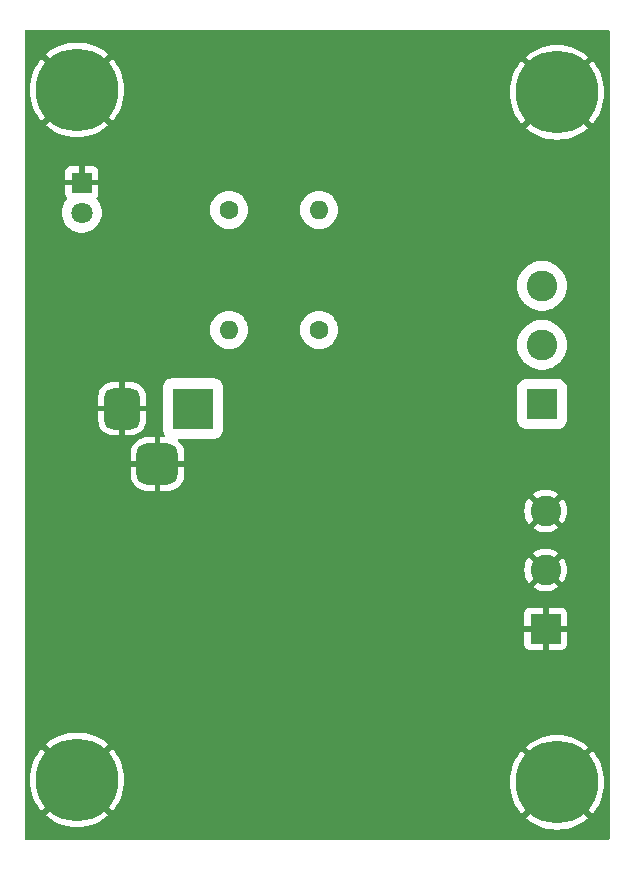
<source format=gbr>
%TF.GenerationSoftware,KiCad,Pcbnew,8.0.6*%
%TF.CreationDate,2024-11-12T22:05:41-08:00*%
%TF.ProjectId,PD Jack_RevA,5044204a-6163-46b5-9f52-6576412e6b69,rev?*%
%TF.SameCoordinates,Original*%
%TF.FileFunction,Copper,L1,Top*%
%TF.FilePolarity,Positive*%
%FSLAX46Y46*%
G04 Gerber Fmt 4.6, Leading zero omitted, Abs format (unit mm)*
G04 Created by KiCad (PCBNEW 8.0.6) date 2024-11-12 22:05:41*
%MOMM*%
%LPD*%
G01*
G04 APERTURE LIST*
G04 Aperture macros list*
%AMRoundRect*
0 Rectangle with rounded corners*
0 $1 Rounding radius*
0 $2 $3 $4 $5 $6 $7 $8 $9 X,Y pos of 4 corners*
0 Add a 4 corners polygon primitive as box body*
4,1,4,$2,$3,$4,$5,$6,$7,$8,$9,$2,$3,0*
0 Add four circle primitives for the rounded corners*
1,1,$1+$1,$2,$3*
1,1,$1+$1,$4,$5*
1,1,$1+$1,$6,$7*
1,1,$1+$1,$8,$9*
0 Add four rect primitives between the rounded corners*
20,1,$1+$1,$2,$3,$4,$5,0*
20,1,$1+$1,$4,$5,$6,$7,0*
20,1,$1+$1,$6,$7,$8,$9,0*
20,1,$1+$1,$8,$9,$2,$3,0*%
G04 Aperture macros list end*
%TA.AperFunction,ComponentPad*%
%ADD10C,7.000000*%
%TD*%
%TA.AperFunction,ComponentPad*%
%ADD11R,1.800000X1.800000*%
%TD*%
%TA.AperFunction,ComponentPad*%
%ADD12C,1.800000*%
%TD*%
%TA.AperFunction,ComponentPad*%
%ADD13R,3.500000X3.500000*%
%TD*%
%TA.AperFunction,ComponentPad*%
%ADD14RoundRect,0.750000X-0.750000X-1.000000X0.750000X-1.000000X0.750000X1.000000X-0.750000X1.000000X0*%
%TD*%
%TA.AperFunction,ComponentPad*%
%ADD15RoundRect,0.875000X-0.875000X-0.875000X0.875000X-0.875000X0.875000X0.875000X-0.875000X0.875000X0*%
%TD*%
%TA.AperFunction,ComponentPad*%
%ADD16C,1.600000*%
%TD*%
%TA.AperFunction,ComponentPad*%
%ADD17O,1.600000X1.600000*%
%TD*%
%TA.AperFunction,ComponentPad*%
%ADD18R,2.600000X2.600000*%
%TD*%
%TA.AperFunction,ComponentPad*%
%ADD19C,2.600000*%
%TD*%
G04 APERTURE END LIST*
D10*
%TO.P,H4,1,1*%
%TO.N,GND*%
X124460000Y-130810000D03*
%TD*%
D11*
%TO.P,D1,1,K*%
%TO.N,GND*%
X124865000Y-80237000D03*
D12*
%TO.P,D1,2,A*%
%TO.N,Net-(D1-A)*%
X124865000Y-82777000D03*
%TD*%
D13*
%TO.P,J1,1*%
%TO.N,18V*%
X134270000Y-99372500D03*
D14*
%TO.P,J1,2*%
%TO.N,GND*%
X128270000Y-99372500D03*
D15*
%TO.P,J1,3*%
X131270000Y-104072500D03*
%TD*%
D16*
%TO.P,R1,1*%
%TO.N,18V*%
X144958000Y-92710000D03*
D17*
%TO.P,R1,2*%
%TO.N,Net-(R1-Pad2)*%
X144958000Y-82550000D03*
%TD*%
D18*
%TO.P,(-)J3,1,Pin_1*%
%TO.N,GND*%
X164135000Y-118030000D03*
D19*
%TO.P,(-)J3,2,Pin_2*%
X164135000Y-113030000D03*
%TO.P,(-)J3,3,Pin_3*%
X164135000Y-108030000D03*
%TD*%
D10*
%TO.P,H2,1,1*%
%TO.N,GND*%
X165100000Y-131017000D03*
%TD*%
%TO.P,H1,1,1*%
%TO.N,GND*%
X165100000Y-72597000D03*
%TD*%
%TO.P,H3,1,1*%
%TO.N,GND*%
X124460000Y-72390000D03*
%TD*%
D18*
%TO.P,(+)J2,1,Pin_1*%
%TO.N,18V*%
X163830000Y-98980000D03*
D19*
%TO.P,(+)J2,2,Pin_2*%
X163830000Y-93980000D03*
%TO.P,(+)J2,3,Pin_3*%
X163830000Y-88980000D03*
%TD*%
D16*
%TO.P,R2,1*%
%TO.N,Net-(R1-Pad2)*%
X137338000Y-82550000D03*
D17*
%TO.P,R2,2*%
%TO.N,Net-(D1-A)*%
X137338000Y-92710000D03*
%TD*%
%TA.AperFunction,Conductor*%
%TO.N,GND*%
G36*
X169488039Y-67329685D02*
G01*
X169533794Y-67382489D01*
X169545000Y-67434000D01*
X169545000Y-135766000D01*
X169525315Y-135833039D01*
X169472511Y-135878794D01*
X169421000Y-135890000D01*
X120139000Y-135890000D01*
X120071961Y-135870315D01*
X120026206Y-135817511D01*
X120015000Y-135766000D01*
X120015000Y-130810000D01*
X120455176Y-130810000D01*
X120474461Y-131202550D01*
X120532129Y-131591308D01*
X120627625Y-131972549D01*
X120760016Y-132342559D01*
X120760023Y-132342575D01*
X120928062Y-132697864D01*
X121130109Y-133034958D01*
X121364228Y-133350632D01*
X121460068Y-133456376D01*
X121460069Y-133456376D01*
X123058381Y-131858064D01*
X123141457Y-131966331D01*
X123303669Y-132128543D01*
X123411934Y-132211617D01*
X121813622Y-133809929D01*
X121813622Y-133809930D01*
X121919367Y-133905771D01*
X122235041Y-134139890D01*
X122572135Y-134341937D01*
X122927424Y-134509976D01*
X122927440Y-134509983D01*
X123297450Y-134642374D01*
X123678691Y-134737870D01*
X124067449Y-134795538D01*
X124460000Y-134814823D01*
X124852550Y-134795538D01*
X125241308Y-134737870D01*
X125622549Y-134642374D01*
X125992559Y-134509983D01*
X125992575Y-134509976D01*
X126347864Y-134341937D01*
X126684958Y-134139890D01*
X127000632Y-133905770D01*
X127106376Y-133809929D01*
X125508065Y-132211618D01*
X125616331Y-132128543D01*
X125778543Y-131966331D01*
X125861618Y-131858065D01*
X127459929Y-133456376D01*
X127555770Y-133350632D01*
X127789890Y-133034958D01*
X127991937Y-132697864D01*
X128159976Y-132342575D01*
X128159983Y-132342559D01*
X128292374Y-131972549D01*
X128387870Y-131591308D01*
X128445538Y-131202550D01*
X128454654Y-131017000D01*
X161095176Y-131017000D01*
X161114461Y-131409550D01*
X161172129Y-131798308D01*
X161267625Y-132179549D01*
X161400016Y-132549559D01*
X161400023Y-132549575D01*
X161568062Y-132904864D01*
X161770109Y-133241958D01*
X162004228Y-133557632D01*
X162100068Y-133663376D01*
X162100069Y-133663376D01*
X163698381Y-132065064D01*
X163781457Y-132173331D01*
X163943669Y-132335543D01*
X164051934Y-132418617D01*
X162453622Y-134016929D01*
X162453622Y-134016930D01*
X162559367Y-134112771D01*
X162875041Y-134346890D01*
X163212135Y-134548937D01*
X163567424Y-134716976D01*
X163567440Y-134716983D01*
X163937450Y-134849374D01*
X164318691Y-134944870D01*
X164707449Y-135002538D01*
X165100000Y-135021823D01*
X165492550Y-135002538D01*
X165881308Y-134944870D01*
X166262549Y-134849374D01*
X166632559Y-134716983D01*
X166632575Y-134716976D01*
X166987864Y-134548937D01*
X167324958Y-134346890D01*
X167640632Y-134112770D01*
X167746376Y-134016929D01*
X166148065Y-132418618D01*
X166256331Y-132335543D01*
X166418543Y-132173331D01*
X166501618Y-132065065D01*
X168099929Y-133663376D01*
X168195770Y-133557632D01*
X168429890Y-133241958D01*
X168631937Y-132904864D01*
X168799976Y-132549575D01*
X168799983Y-132549559D01*
X168932374Y-132179549D01*
X169027870Y-131798308D01*
X169085538Y-131409550D01*
X169104823Y-131017000D01*
X169085538Y-130624449D01*
X169027870Y-130235691D01*
X168932374Y-129854450D01*
X168799983Y-129484440D01*
X168799976Y-129484424D01*
X168631937Y-129129135D01*
X168429890Y-128792041D01*
X168195771Y-128476367D01*
X168099930Y-128370622D01*
X168099929Y-128370622D01*
X166501617Y-129968934D01*
X166418543Y-129860669D01*
X166256331Y-129698457D01*
X166148065Y-129615381D01*
X167746376Y-128017069D01*
X167746376Y-128017068D01*
X167640632Y-127921228D01*
X167324958Y-127687109D01*
X166987864Y-127485062D01*
X166632575Y-127317023D01*
X166632559Y-127317016D01*
X166262549Y-127184625D01*
X165881308Y-127089129D01*
X165492550Y-127031461D01*
X165100000Y-127012176D01*
X164707449Y-127031461D01*
X164318691Y-127089129D01*
X163937450Y-127184625D01*
X163567440Y-127317016D01*
X163567424Y-127317023D01*
X163212135Y-127485062D01*
X162875041Y-127687109D01*
X162559368Y-127921228D01*
X162453622Y-128017069D01*
X164051934Y-129615381D01*
X163943669Y-129698457D01*
X163781457Y-129860669D01*
X163698382Y-129968934D01*
X162100069Y-128370622D01*
X162004228Y-128476368D01*
X161770109Y-128792041D01*
X161568062Y-129129135D01*
X161400023Y-129484424D01*
X161400016Y-129484440D01*
X161267625Y-129854450D01*
X161172129Y-130235691D01*
X161114461Y-130624449D01*
X161095176Y-131017000D01*
X128454654Y-131017000D01*
X128464823Y-130810000D01*
X128445538Y-130417449D01*
X128387870Y-130028691D01*
X128292374Y-129647450D01*
X128159983Y-129277440D01*
X128159976Y-129277424D01*
X127991937Y-128922135D01*
X127789890Y-128585041D01*
X127555771Y-128269367D01*
X127459930Y-128163622D01*
X127459929Y-128163622D01*
X125861617Y-129761934D01*
X125778543Y-129653669D01*
X125616331Y-129491457D01*
X125508065Y-129408381D01*
X127106376Y-127810069D01*
X127106376Y-127810068D01*
X127000632Y-127714228D01*
X126684958Y-127480109D01*
X126347864Y-127278062D01*
X125992575Y-127110023D01*
X125992559Y-127110016D01*
X125622549Y-126977625D01*
X125241308Y-126882129D01*
X124852550Y-126824461D01*
X124460000Y-126805176D01*
X124067449Y-126824461D01*
X123678691Y-126882129D01*
X123297450Y-126977625D01*
X122927440Y-127110016D01*
X122927424Y-127110023D01*
X122572135Y-127278062D01*
X122235041Y-127480109D01*
X121919368Y-127714228D01*
X121813622Y-127810069D01*
X123411934Y-129408381D01*
X123303669Y-129491457D01*
X123141457Y-129653669D01*
X123058381Y-129761934D01*
X121460069Y-128163622D01*
X121364228Y-128269368D01*
X121130109Y-128585041D01*
X120928062Y-128922135D01*
X120760023Y-129277424D01*
X120760016Y-129277440D01*
X120627625Y-129647450D01*
X120532129Y-130028691D01*
X120474461Y-130417449D01*
X120455176Y-130810000D01*
X120015000Y-130810000D01*
X120015000Y-116682155D01*
X162335000Y-116682155D01*
X162335000Y-117780000D01*
X163534999Y-117780000D01*
X163509979Y-117840402D01*
X163485000Y-117965981D01*
X163485000Y-118094019D01*
X163509979Y-118219598D01*
X163534999Y-118280000D01*
X162335000Y-118280000D01*
X162335000Y-119377844D01*
X162341401Y-119437372D01*
X162341403Y-119437379D01*
X162391645Y-119572086D01*
X162391649Y-119572093D01*
X162477809Y-119687187D01*
X162477812Y-119687190D01*
X162592906Y-119773350D01*
X162592913Y-119773354D01*
X162727620Y-119823596D01*
X162727627Y-119823598D01*
X162787155Y-119829999D01*
X162787172Y-119830000D01*
X163885000Y-119830000D01*
X163885000Y-118630001D01*
X163945402Y-118655021D01*
X164070981Y-118680000D01*
X164199019Y-118680000D01*
X164324598Y-118655021D01*
X164385000Y-118630001D01*
X164385000Y-119830000D01*
X165482828Y-119830000D01*
X165482844Y-119829999D01*
X165542372Y-119823598D01*
X165542379Y-119823596D01*
X165677086Y-119773354D01*
X165677093Y-119773350D01*
X165792187Y-119687190D01*
X165792190Y-119687187D01*
X165878350Y-119572093D01*
X165878354Y-119572086D01*
X165928596Y-119437379D01*
X165928598Y-119437372D01*
X165934999Y-119377844D01*
X165935000Y-119377827D01*
X165935000Y-118280000D01*
X164735001Y-118280000D01*
X164760021Y-118219598D01*
X164785000Y-118094019D01*
X164785000Y-117965981D01*
X164760021Y-117840402D01*
X164735001Y-117780000D01*
X165935000Y-117780000D01*
X165935000Y-116682172D01*
X165934999Y-116682155D01*
X165928598Y-116622627D01*
X165928596Y-116622620D01*
X165878354Y-116487913D01*
X165878350Y-116487906D01*
X165792190Y-116372812D01*
X165792187Y-116372809D01*
X165677093Y-116286649D01*
X165677086Y-116286645D01*
X165542379Y-116236403D01*
X165542372Y-116236401D01*
X165482844Y-116230000D01*
X164385000Y-116230000D01*
X164385000Y-117429998D01*
X164324598Y-117404979D01*
X164199019Y-117380000D01*
X164070981Y-117380000D01*
X163945402Y-117404979D01*
X163885000Y-117429998D01*
X163885000Y-116230000D01*
X162787155Y-116230000D01*
X162727627Y-116236401D01*
X162727620Y-116236403D01*
X162592913Y-116286645D01*
X162592906Y-116286649D01*
X162477812Y-116372809D01*
X162477809Y-116372812D01*
X162391649Y-116487906D01*
X162391645Y-116487913D01*
X162341403Y-116622620D01*
X162341401Y-116622627D01*
X162335000Y-116682155D01*
X120015000Y-116682155D01*
X120015000Y-113029995D01*
X162329953Y-113029995D01*
X162329953Y-113030004D01*
X162350113Y-113299026D01*
X162350113Y-113299028D01*
X162410142Y-113562033D01*
X162410148Y-113562052D01*
X162508709Y-113813181D01*
X162508708Y-113813181D01*
X162643602Y-114046822D01*
X162697294Y-114114151D01*
X162697295Y-114114151D01*
X163533958Y-113277488D01*
X163558978Y-113337890D01*
X163630112Y-113444351D01*
X163720649Y-113534888D01*
X163827110Y-113606022D01*
X163887510Y-113631041D01*
X163049848Y-114468702D01*
X163232483Y-114593220D01*
X163232485Y-114593221D01*
X163475539Y-114710269D01*
X163475537Y-114710269D01*
X163733337Y-114789790D01*
X163733343Y-114789792D01*
X164000101Y-114829999D01*
X164000110Y-114830000D01*
X164269890Y-114830000D01*
X164269898Y-114829999D01*
X164536656Y-114789792D01*
X164536662Y-114789790D01*
X164794461Y-114710269D01*
X165037521Y-114593218D01*
X165220150Y-114468702D01*
X164382488Y-113631041D01*
X164442890Y-113606022D01*
X164549351Y-113534888D01*
X164639888Y-113444351D01*
X164711022Y-113337890D01*
X164736041Y-113277489D01*
X165572703Y-114114151D01*
X165572704Y-114114150D01*
X165626393Y-114046828D01*
X165626400Y-114046817D01*
X165761290Y-113813181D01*
X165859851Y-113562052D01*
X165859857Y-113562033D01*
X165919886Y-113299028D01*
X165919886Y-113299026D01*
X165940047Y-113030004D01*
X165940047Y-113029995D01*
X165919886Y-112760973D01*
X165919886Y-112760971D01*
X165859857Y-112497966D01*
X165859851Y-112497947D01*
X165761290Y-112246818D01*
X165761291Y-112246818D01*
X165626397Y-112013177D01*
X165572704Y-111945847D01*
X164736041Y-112782510D01*
X164711022Y-112722110D01*
X164639888Y-112615649D01*
X164549351Y-112525112D01*
X164442890Y-112453978D01*
X164382488Y-112428958D01*
X165220150Y-111591296D01*
X165037517Y-111466779D01*
X165037516Y-111466778D01*
X164794460Y-111349730D01*
X164794462Y-111349730D01*
X164536662Y-111270209D01*
X164536656Y-111270207D01*
X164269898Y-111230000D01*
X164000101Y-111230000D01*
X163733343Y-111270207D01*
X163733337Y-111270209D01*
X163475538Y-111349730D01*
X163232485Y-111466778D01*
X163232476Y-111466783D01*
X163049848Y-111591296D01*
X163887511Y-112428958D01*
X163827110Y-112453978D01*
X163720649Y-112525112D01*
X163630112Y-112615649D01*
X163558978Y-112722110D01*
X163533958Y-112782511D01*
X162697295Y-111945848D01*
X162643600Y-112013180D01*
X162508709Y-112246818D01*
X162410148Y-112497947D01*
X162410142Y-112497966D01*
X162350113Y-112760971D01*
X162350113Y-112760973D01*
X162329953Y-113029995D01*
X120015000Y-113029995D01*
X120015000Y-108029995D01*
X162329953Y-108029995D01*
X162329953Y-108030004D01*
X162350113Y-108299026D01*
X162350113Y-108299028D01*
X162410142Y-108562033D01*
X162410148Y-108562052D01*
X162508709Y-108813181D01*
X162508708Y-108813181D01*
X162643602Y-109046822D01*
X162697294Y-109114151D01*
X162697295Y-109114151D01*
X163533958Y-108277488D01*
X163558978Y-108337890D01*
X163630112Y-108444351D01*
X163720649Y-108534888D01*
X163827110Y-108606022D01*
X163887510Y-108631041D01*
X163049848Y-109468702D01*
X163232483Y-109593220D01*
X163232485Y-109593221D01*
X163475539Y-109710269D01*
X163475537Y-109710269D01*
X163733337Y-109789790D01*
X163733343Y-109789792D01*
X164000101Y-109829999D01*
X164000110Y-109830000D01*
X164269890Y-109830000D01*
X164269898Y-109829999D01*
X164536656Y-109789792D01*
X164536662Y-109789790D01*
X164794461Y-109710269D01*
X165037521Y-109593218D01*
X165220150Y-109468702D01*
X164382488Y-108631041D01*
X164442890Y-108606022D01*
X164549351Y-108534888D01*
X164639888Y-108444351D01*
X164711022Y-108337890D01*
X164736041Y-108277489D01*
X165572703Y-109114151D01*
X165572704Y-109114150D01*
X165626393Y-109046828D01*
X165626400Y-109046817D01*
X165761290Y-108813181D01*
X165859851Y-108562052D01*
X165859857Y-108562033D01*
X165919886Y-108299028D01*
X165919886Y-108299026D01*
X165940047Y-108030004D01*
X165940047Y-108029995D01*
X165919886Y-107760973D01*
X165919886Y-107760971D01*
X165859857Y-107497966D01*
X165859851Y-107497947D01*
X165761290Y-107246818D01*
X165761291Y-107246818D01*
X165626397Y-107013177D01*
X165572704Y-106945847D01*
X164736041Y-107782510D01*
X164711022Y-107722110D01*
X164639888Y-107615649D01*
X164549351Y-107525112D01*
X164442890Y-107453978D01*
X164382488Y-107428958D01*
X165220150Y-106591296D01*
X165037517Y-106466779D01*
X165037516Y-106466778D01*
X164794460Y-106349730D01*
X164794462Y-106349730D01*
X164536662Y-106270209D01*
X164536656Y-106270207D01*
X164269898Y-106230000D01*
X164000101Y-106230000D01*
X163733343Y-106270207D01*
X163733337Y-106270209D01*
X163475538Y-106349730D01*
X163232485Y-106466778D01*
X163232476Y-106466783D01*
X163049848Y-106591296D01*
X163887511Y-107428958D01*
X163827110Y-107453978D01*
X163720649Y-107525112D01*
X163630112Y-107615649D01*
X163558978Y-107722110D01*
X163533958Y-107782511D01*
X162697295Y-106945848D01*
X162643600Y-107013180D01*
X162508709Y-107246818D01*
X162410148Y-107497947D01*
X162410142Y-107497966D01*
X162350113Y-107760971D01*
X162350113Y-107760973D01*
X162329953Y-108029995D01*
X120015000Y-108029995D01*
X120015000Y-103103921D01*
X129020000Y-103103921D01*
X129020000Y-103822500D01*
X129836988Y-103822500D01*
X129804075Y-103879507D01*
X129770000Y-104006674D01*
X129770000Y-104138326D01*
X129804075Y-104265493D01*
X129836988Y-104322500D01*
X129020001Y-104322500D01*
X129020001Y-105041088D01*
X129022794Y-105093691D01*
X129067237Y-105323487D01*
X129149879Y-105542475D01*
X129268339Y-105744341D01*
X129268344Y-105744348D01*
X129419211Y-105923286D01*
X129419213Y-105923288D01*
X129598151Y-106074155D01*
X129598158Y-106074160D01*
X129800024Y-106192620D01*
X130019012Y-106275262D01*
X130248809Y-106319705D01*
X130301382Y-106322498D01*
X130301421Y-106322499D01*
X131019999Y-106322499D01*
X131020000Y-106322498D01*
X131020000Y-104572500D01*
X131520000Y-104572500D01*
X131520000Y-106322499D01*
X132238576Y-106322499D01*
X132238588Y-106322498D01*
X132291191Y-106319705D01*
X132520987Y-106275262D01*
X132739975Y-106192620D01*
X132941841Y-106074160D01*
X132941848Y-106074155D01*
X133120786Y-105923288D01*
X133120788Y-105923286D01*
X133271655Y-105744348D01*
X133271660Y-105744341D01*
X133390120Y-105542475D01*
X133472762Y-105323487D01*
X133517205Y-105093691D01*
X133517205Y-105093690D01*
X133519998Y-105041117D01*
X133520000Y-105041078D01*
X133520000Y-104322500D01*
X132703012Y-104322500D01*
X132735925Y-104265493D01*
X132770000Y-104138326D01*
X132770000Y-104006674D01*
X132735925Y-103879507D01*
X132703012Y-103822500D01*
X133519999Y-103822500D01*
X133519999Y-103103923D01*
X133519998Y-103103911D01*
X133517205Y-103051308D01*
X133472762Y-102821512D01*
X133390120Y-102602524D01*
X133271660Y-102400658D01*
X133271655Y-102400651D01*
X133120790Y-102221715D01*
X133026007Y-102141802D01*
X132987442Y-102083539D01*
X132986498Y-102013676D01*
X133023474Y-101954393D01*
X133086632Y-101924512D01*
X133105936Y-101923000D01*
X136064957Y-101923000D01*
X136064958Y-101922999D01*
X136132104Y-101915434D01*
X136199249Y-101907869D01*
X136199252Y-101907868D01*
X136199255Y-101907868D01*
X136369522Y-101848289D01*
X136522262Y-101752316D01*
X136649816Y-101624762D01*
X136745789Y-101472022D01*
X136805368Y-101301755D01*
X136820500Y-101167454D01*
X136820500Y-97635039D01*
X161729500Y-97635039D01*
X161729500Y-100324960D01*
X161744630Y-100459249D01*
X161744631Y-100459254D01*
X161804211Y-100629523D01*
X161894112Y-100772599D01*
X161900184Y-100782262D01*
X162027738Y-100909816D01*
X162180478Y-101005789D01*
X162350745Y-101065368D01*
X162350750Y-101065369D01*
X162441246Y-101075565D01*
X162485040Y-101080499D01*
X162485043Y-101080500D01*
X162485046Y-101080500D01*
X165174957Y-101080500D01*
X165174958Y-101080499D01*
X165242104Y-101072934D01*
X165309249Y-101065369D01*
X165309252Y-101065368D01*
X165309255Y-101065368D01*
X165479522Y-101005789D01*
X165632262Y-100909816D01*
X165759816Y-100782262D01*
X165855789Y-100629522D01*
X165915368Y-100459255D01*
X165930500Y-100324954D01*
X165930500Y-97635046D01*
X165915368Y-97500745D01*
X165855789Y-97330478D01*
X165759816Y-97177738D01*
X165632262Y-97050184D01*
X165479523Y-96954211D01*
X165309254Y-96894631D01*
X165309249Y-96894630D01*
X165174960Y-96879500D01*
X165174954Y-96879500D01*
X162485046Y-96879500D01*
X162485039Y-96879500D01*
X162350750Y-96894630D01*
X162350745Y-96894631D01*
X162180476Y-96954211D01*
X162027737Y-97050184D01*
X161900184Y-97177737D01*
X161804211Y-97330476D01*
X161744631Y-97500745D01*
X161744630Y-97500750D01*
X161729500Y-97635039D01*
X136820500Y-97635039D01*
X136820500Y-97577546D01*
X136805368Y-97443245D01*
X136745789Y-97272978D01*
X136649816Y-97120238D01*
X136522262Y-96992684D01*
X136461033Y-96954211D01*
X136369523Y-96896711D01*
X136199254Y-96837131D01*
X136199249Y-96837130D01*
X136064960Y-96822000D01*
X136064954Y-96822000D01*
X132475046Y-96822000D01*
X132475039Y-96822000D01*
X132340750Y-96837130D01*
X132340745Y-96837131D01*
X132170476Y-96896711D01*
X132017737Y-96992684D01*
X131890184Y-97120237D01*
X131794211Y-97272976D01*
X131734631Y-97443245D01*
X131734630Y-97443250D01*
X131719500Y-97577539D01*
X131719500Y-101167460D01*
X131734630Y-101301749D01*
X131734631Y-101301754D01*
X131794211Y-101472023D01*
X131847683Y-101557122D01*
X131888761Y-101622498D01*
X131893889Y-101630658D01*
X131891750Y-101632001D01*
X131913743Y-101685885D01*
X131900980Y-101754579D01*
X131853105Y-101805469D01*
X131790386Y-101822500D01*
X131520000Y-101822500D01*
X131520000Y-103572500D01*
X131020000Y-103572500D01*
X131020000Y-101822500D01*
X130301423Y-101822500D01*
X130301411Y-101822501D01*
X130248808Y-101825294D01*
X130019012Y-101869737D01*
X129800024Y-101952379D01*
X129598158Y-102070839D01*
X129598151Y-102070844D01*
X129419213Y-102221711D01*
X129419211Y-102221713D01*
X129268344Y-102400651D01*
X129268339Y-102400658D01*
X129149879Y-102602524D01*
X129067237Y-102821512D01*
X129022794Y-103051308D01*
X129022794Y-103051309D01*
X129020001Y-103103882D01*
X129020000Y-103103921D01*
X120015000Y-103103921D01*
X120015000Y-98308303D01*
X126270000Y-98308303D01*
X126270000Y-99122500D01*
X127770000Y-99122500D01*
X127770000Y-99622500D01*
X126270001Y-99622500D01*
X126270001Y-100436697D01*
X126280400Y-100568832D01*
X126335377Y-100787019D01*
X126428428Y-100991874D01*
X126428431Y-100991880D01*
X126556559Y-101176823D01*
X126556569Y-101176835D01*
X126715664Y-101335930D01*
X126715676Y-101335940D01*
X126900619Y-101464068D01*
X126900625Y-101464071D01*
X127105480Y-101557122D01*
X127323667Y-101612099D01*
X127455810Y-101622499D01*
X128019999Y-101622499D01*
X128020000Y-101622498D01*
X128020000Y-100805512D01*
X128077007Y-100838425D01*
X128204174Y-100872500D01*
X128335826Y-100872500D01*
X128462993Y-100838425D01*
X128520000Y-100805512D01*
X128520000Y-101622499D01*
X129084182Y-101622499D01*
X129084197Y-101622498D01*
X129216332Y-101612099D01*
X129434519Y-101557122D01*
X129639374Y-101464071D01*
X129639380Y-101464068D01*
X129824323Y-101335940D01*
X129824335Y-101335930D01*
X129983430Y-101176835D01*
X129983440Y-101176823D01*
X130111568Y-100991880D01*
X130111571Y-100991874D01*
X130204622Y-100787019D01*
X130259599Y-100568832D01*
X130269999Y-100436696D01*
X130270000Y-100436684D01*
X130270000Y-99622500D01*
X128770000Y-99622500D01*
X128770000Y-99122500D01*
X130269999Y-99122500D01*
X130269999Y-98308317D01*
X130269998Y-98308302D01*
X130259599Y-98176167D01*
X130204622Y-97957980D01*
X130111571Y-97753125D01*
X130111568Y-97753119D01*
X129983440Y-97568176D01*
X129983430Y-97568164D01*
X129824335Y-97409069D01*
X129824323Y-97409059D01*
X129639380Y-97280931D01*
X129639374Y-97280928D01*
X129434519Y-97187877D01*
X129216332Y-97132900D01*
X129084196Y-97122500D01*
X128520000Y-97122500D01*
X128520000Y-97939488D01*
X128462993Y-97906575D01*
X128335826Y-97872500D01*
X128204174Y-97872500D01*
X128077007Y-97906575D01*
X128020000Y-97939488D01*
X128020000Y-97122500D01*
X127455817Y-97122500D01*
X127455802Y-97122501D01*
X127323667Y-97132900D01*
X127105480Y-97187877D01*
X126900625Y-97280928D01*
X126900619Y-97280931D01*
X126715676Y-97409059D01*
X126715664Y-97409069D01*
X126556569Y-97568164D01*
X126556559Y-97568176D01*
X126428431Y-97753119D01*
X126428428Y-97753125D01*
X126335377Y-97957980D01*
X126280400Y-98176167D01*
X126270000Y-98308303D01*
X120015000Y-98308303D01*
X120015000Y-92710000D01*
X135732551Y-92710000D01*
X135752317Y-92961151D01*
X135811126Y-93206110D01*
X135907533Y-93438859D01*
X136039160Y-93653653D01*
X136039161Y-93653656D01*
X136073037Y-93693319D01*
X136202776Y-93845224D01*
X136351066Y-93971875D01*
X136394343Y-94008838D01*
X136394346Y-94008839D01*
X136609140Y-94140466D01*
X136841889Y-94236873D01*
X137086852Y-94295683D01*
X137338000Y-94315449D01*
X137589148Y-94295683D01*
X137834111Y-94236873D01*
X138066859Y-94140466D01*
X138281659Y-94008836D01*
X138473224Y-93845224D01*
X138636836Y-93653659D01*
X138768466Y-93438859D01*
X138864873Y-93206111D01*
X138923683Y-92961148D01*
X138943449Y-92710000D01*
X143352551Y-92710000D01*
X143372317Y-92961151D01*
X143431126Y-93206110D01*
X143527533Y-93438859D01*
X143659160Y-93653653D01*
X143659161Y-93653656D01*
X143693037Y-93693319D01*
X143822776Y-93845224D01*
X143971066Y-93971875D01*
X144014343Y-94008838D01*
X144014346Y-94008839D01*
X144229140Y-94140466D01*
X144461889Y-94236873D01*
X144706852Y-94295683D01*
X144958000Y-94315449D01*
X145209148Y-94295683D01*
X145454111Y-94236873D01*
X145686859Y-94140466D01*
X145901659Y-94008836D01*
X145935422Y-93980000D01*
X161724592Y-93980000D01*
X161744201Y-94266680D01*
X161744201Y-94266684D01*
X161744202Y-94266686D01*
X161750228Y-94295683D01*
X161802666Y-94548034D01*
X161802667Y-94548037D01*
X161898894Y-94818793D01*
X161898893Y-94818793D01*
X162031098Y-95073935D01*
X162196812Y-95308700D01*
X162281923Y-95399831D01*
X162392947Y-95518708D01*
X162615853Y-95700055D01*
X162861382Y-95849365D01*
X163048237Y-95930526D01*
X163124942Y-95963844D01*
X163401642Y-96041371D01*
X163651920Y-96075771D01*
X163686321Y-96080500D01*
X163686322Y-96080500D01*
X163973679Y-96080500D01*
X164004370Y-96076281D01*
X164258358Y-96041371D01*
X164535058Y-95963844D01*
X164648015Y-95914779D01*
X164798617Y-95849365D01*
X164798620Y-95849363D01*
X164798625Y-95849361D01*
X165044147Y-95700055D01*
X165267053Y-95518708D01*
X165463189Y-95308698D01*
X165628901Y-95073936D01*
X165761104Y-94818797D01*
X165857334Y-94548032D01*
X165915798Y-94266686D01*
X165935408Y-93980000D01*
X165915798Y-93693314D01*
X165857334Y-93411968D01*
X165761105Y-93141206D01*
X165761106Y-93141206D01*
X165628901Y-92886064D01*
X165463187Y-92651299D01*
X165384554Y-92567105D01*
X165267053Y-92441292D01*
X165044147Y-92259945D01*
X165044146Y-92259944D01*
X164798617Y-92110634D01*
X164535063Y-91996158D01*
X164535061Y-91996157D01*
X164535058Y-91996156D01*
X164405578Y-91959877D01*
X164258364Y-91918630D01*
X164258359Y-91918629D01*
X164258358Y-91918629D01*
X164116018Y-91899064D01*
X163973679Y-91879500D01*
X163973678Y-91879500D01*
X163686322Y-91879500D01*
X163686321Y-91879500D01*
X163401642Y-91918629D01*
X163401635Y-91918630D01*
X163193861Y-91976845D01*
X163124942Y-91996156D01*
X163124939Y-91996156D01*
X163124936Y-91996158D01*
X163124935Y-91996158D01*
X162861382Y-92110634D01*
X162615853Y-92259944D01*
X162392950Y-92441289D01*
X162196812Y-92651299D01*
X162031098Y-92886064D01*
X161898894Y-93141206D01*
X161802667Y-93411962D01*
X161802666Y-93411965D01*
X161744201Y-93693319D01*
X161724592Y-93980000D01*
X145935422Y-93980000D01*
X146093224Y-93845224D01*
X146256836Y-93653659D01*
X146388466Y-93438859D01*
X146484873Y-93206111D01*
X146543683Y-92961148D01*
X146563449Y-92710000D01*
X146543683Y-92458852D01*
X146484873Y-92213889D01*
X146442104Y-92110634D01*
X146388466Y-91981140D01*
X146256839Y-91766346D01*
X146256838Y-91766343D01*
X146219875Y-91723066D01*
X146093224Y-91574776D01*
X145966571Y-91466604D01*
X145901656Y-91411161D01*
X145901653Y-91411160D01*
X145686859Y-91279533D01*
X145454110Y-91183126D01*
X145209151Y-91124317D01*
X144958000Y-91104551D01*
X144706848Y-91124317D01*
X144461889Y-91183126D01*
X144229140Y-91279533D01*
X144014346Y-91411160D01*
X144014343Y-91411161D01*
X143822776Y-91574776D01*
X143659161Y-91766343D01*
X143659160Y-91766346D01*
X143527533Y-91981140D01*
X143431126Y-92213889D01*
X143372317Y-92458848D01*
X143352551Y-92710000D01*
X138943449Y-92710000D01*
X138923683Y-92458852D01*
X138864873Y-92213889D01*
X138822104Y-92110634D01*
X138768466Y-91981140D01*
X138636839Y-91766346D01*
X138636838Y-91766343D01*
X138599875Y-91723066D01*
X138473224Y-91574776D01*
X138346571Y-91466604D01*
X138281656Y-91411161D01*
X138281653Y-91411160D01*
X138066859Y-91279533D01*
X137834110Y-91183126D01*
X137589151Y-91124317D01*
X137338000Y-91104551D01*
X137086848Y-91124317D01*
X136841889Y-91183126D01*
X136609140Y-91279533D01*
X136394346Y-91411160D01*
X136394343Y-91411161D01*
X136202776Y-91574776D01*
X136039161Y-91766343D01*
X136039160Y-91766346D01*
X135907533Y-91981140D01*
X135811126Y-92213889D01*
X135752317Y-92458848D01*
X135732551Y-92710000D01*
X120015000Y-92710000D01*
X120015000Y-88980000D01*
X161724592Y-88980000D01*
X161744201Y-89266680D01*
X161802666Y-89548034D01*
X161802667Y-89548037D01*
X161898894Y-89818793D01*
X161898893Y-89818793D01*
X162031098Y-90073935D01*
X162196812Y-90308700D01*
X162281923Y-90399831D01*
X162392947Y-90518708D01*
X162615853Y-90700055D01*
X162861382Y-90849365D01*
X163048237Y-90930526D01*
X163124942Y-90963844D01*
X163401642Y-91041371D01*
X163651920Y-91075771D01*
X163686321Y-91080500D01*
X163686322Y-91080500D01*
X163973679Y-91080500D01*
X164004370Y-91076281D01*
X164258358Y-91041371D01*
X164535058Y-90963844D01*
X164648015Y-90914779D01*
X164798617Y-90849365D01*
X164798620Y-90849363D01*
X164798625Y-90849361D01*
X165044147Y-90700055D01*
X165267053Y-90518708D01*
X165463189Y-90308698D01*
X165628901Y-90073936D01*
X165761104Y-89818797D01*
X165857334Y-89548032D01*
X165915798Y-89266686D01*
X165935408Y-88980000D01*
X165915798Y-88693314D01*
X165857334Y-88411968D01*
X165761105Y-88141206D01*
X165761106Y-88141206D01*
X165628901Y-87886064D01*
X165463187Y-87651299D01*
X165384554Y-87567105D01*
X165267053Y-87441292D01*
X165044147Y-87259945D01*
X165044146Y-87259944D01*
X164798617Y-87110634D01*
X164535063Y-86996158D01*
X164535061Y-86996157D01*
X164535058Y-86996156D01*
X164405578Y-86959877D01*
X164258364Y-86918630D01*
X164258359Y-86918629D01*
X164258358Y-86918629D01*
X164116018Y-86899064D01*
X163973679Y-86879500D01*
X163973678Y-86879500D01*
X163686322Y-86879500D01*
X163686321Y-86879500D01*
X163401642Y-86918629D01*
X163401635Y-86918630D01*
X163193861Y-86976845D01*
X163124942Y-86996156D01*
X163124939Y-86996156D01*
X163124936Y-86996158D01*
X163124935Y-86996158D01*
X162861382Y-87110634D01*
X162615853Y-87259944D01*
X162392950Y-87441289D01*
X162196812Y-87651299D01*
X162031098Y-87886064D01*
X161898894Y-88141206D01*
X161802667Y-88411962D01*
X161802666Y-88411965D01*
X161744201Y-88693319D01*
X161724592Y-88980000D01*
X120015000Y-88980000D01*
X120015000Y-82776995D01*
X123159732Y-82776995D01*
X123159732Y-82777004D01*
X123178777Y-83031154D01*
X123178778Y-83031157D01*
X123235492Y-83279637D01*
X123328607Y-83516888D01*
X123456041Y-83737612D01*
X123614950Y-83936877D01*
X123801783Y-84110232D01*
X124012366Y-84253805D01*
X124012371Y-84253807D01*
X124012372Y-84253808D01*
X124012373Y-84253809D01*
X124134328Y-84312538D01*
X124241992Y-84364387D01*
X124241993Y-84364387D01*
X124241996Y-84364389D01*
X124485542Y-84439513D01*
X124737565Y-84477500D01*
X124992435Y-84477500D01*
X125244458Y-84439513D01*
X125488004Y-84364389D01*
X125717634Y-84253805D01*
X125928217Y-84110232D01*
X126115050Y-83936877D01*
X126273959Y-83737612D01*
X126401393Y-83516888D01*
X126494508Y-83279637D01*
X126551222Y-83031157D01*
X126568458Y-82801151D01*
X126570268Y-82777004D01*
X126570268Y-82776995D01*
X126553257Y-82550000D01*
X135732551Y-82550000D01*
X135752317Y-82801151D01*
X135811126Y-83046110D01*
X135907533Y-83278859D01*
X136039160Y-83493653D01*
X136039161Y-83493656D01*
X136039164Y-83493659D01*
X136202776Y-83685224D01*
X136351066Y-83811875D01*
X136394343Y-83848838D01*
X136394346Y-83848839D01*
X136609140Y-83980466D01*
X136841889Y-84076873D01*
X137086852Y-84135683D01*
X137338000Y-84155449D01*
X137589148Y-84135683D01*
X137834111Y-84076873D01*
X138066859Y-83980466D01*
X138281659Y-83848836D01*
X138473224Y-83685224D01*
X138636836Y-83493659D01*
X138768466Y-83278859D01*
X138864873Y-83046111D01*
X138923683Y-82801148D01*
X138943449Y-82550000D01*
X143352551Y-82550000D01*
X143372317Y-82801151D01*
X143431126Y-83046110D01*
X143527533Y-83278859D01*
X143659160Y-83493653D01*
X143659161Y-83493656D01*
X143659164Y-83493659D01*
X143822776Y-83685224D01*
X143971066Y-83811875D01*
X144014343Y-83848838D01*
X144014346Y-83848839D01*
X144229140Y-83980466D01*
X144461889Y-84076873D01*
X144706852Y-84135683D01*
X144958000Y-84155449D01*
X145209148Y-84135683D01*
X145454111Y-84076873D01*
X145686859Y-83980466D01*
X145901659Y-83848836D01*
X146093224Y-83685224D01*
X146256836Y-83493659D01*
X146388466Y-83278859D01*
X146484873Y-83046111D01*
X146543683Y-82801148D01*
X146563449Y-82550000D01*
X146543683Y-82298852D01*
X146484873Y-82053889D01*
X146388466Y-81821141D01*
X146388466Y-81821140D01*
X146256839Y-81606346D01*
X146256838Y-81606343D01*
X146169215Y-81503750D01*
X146093224Y-81414776D01*
X145959067Y-81300195D01*
X145901656Y-81251161D01*
X145901653Y-81251160D01*
X145686859Y-81119533D01*
X145454110Y-81023126D01*
X145209151Y-80964317D01*
X144958000Y-80944551D01*
X144706848Y-80964317D01*
X144461889Y-81023126D01*
X144229140Y-81119533D01*
X144014346Y-81251160D01*
X144014343Y-81251161D01*
X143822776Y-81414776D01*
X143659161Y-81606343D01*
X143659160Y-81606346D01*
X143527533Y-81821140D01*
X143431126Y-82053889D01*
X143372317Y-82298848D01*
X143352551Y-82550000D01*
X138943449Y-82550000D01*
X138923683Y-82298852D01*
X138864873Y-82053889D01*
X138768466Y-81821141D01*
X138768466Y-81821140D01*
X138636839Y-81606346D01*
X138636838Y-81606343D01*
X138549215Y-81503750D01*
X138473224Y-81414776D01*
X138339067Y-81300195D01*
X138281656Y-81251161D01*
X138281653Y-81251160D01*
X138066859Y-81119533D01*
X137834110Y-81023126D01*
X137589151Y-80964317D01*
X137338000Y-80944551D01*
X137086848Y-80964317D01*
X136841889Y-81023126D01*
X136609140Y-81119533D01*
X136394346Y-81251160D01*
X136394343Y-81251161D01*
X136202776Y-81414776D01*
X136039161Y-81606343D01*
X136039160Y-81606346D01*
X135907533Y-81821140D01*
X135811126Y-82053889D01*
X135752317Y-82298848D01*
X135732551Y-82550000D01*
X126553257Y-82550000D01*
X126551222Y-82522845D01*
X126500096Y-82298848D01*
X126494508Y-82274363D01*
X126401393Y-82037112D01*
X126273959Y-81816388D01*
X126131005Y-81637130D01*
X126104598Y-81572445D01*
X126117353Y-81503750D01*
X126128687Y-81485507D01*
X126208352Y-81379089D01*
X126208354Y-81379086D01*
X126258596Y-81244379D01*
X126258598Y-81244372D01*
X126264999Y-81184844D01*
X126265000Y-81184827D01*
X126265000Y-80487000D01*
X125240278Y-80487000D01*
X125284333Y-80410694D01*
X125315000Y-80296244D01*
X125315000Y-80177756D01*
X125284333Y-80063306D01*
X125240278Y-79987000D01*
X126265000Y-79987000D01*
X126265000Y-79289172D01*
X126264999Y-79289155D01*
X126258598Y-79229627D01*
X126258596Y-79229620D01*
X126208354Y-79094913D01*
X126208350Y-79094906D01*
X126122190Y-78979812D01*
X126122187Y-78979809D01*
X126007093Y-78893649D01*
X126007086Y-78893645D01*
X125872379Y-78843403D01*
X125872372Y-78843401D01*
X125812844Y-78837000D01*
X125115000Y-78837000D01*
X125115000Y-79861722D01*
X125038694Y-79817667D01*
X124924244Y-79787000D01*
X124805756Y-79787000D01*
X124691306Y-79817667D01*
X124615000Y-79861722D01*
X124615000Y-78837000D01*
X123917155Y-78837000D01*
X123857627Y-78843401D01*
X123857620Y-78843403D01*
X123722913Y-78893645D01*
X123722906Y-78893649D01*
X123607812Y-78979809D01*
X123607809Y-78979812D01*
X123521649Y-79094906D01*
X123521645Y-79094913D01*
X123471403Y-79229620D01*
X123471401Y-79229627D01*
X123465000Y-79289155D01*
X123465000Y-79987000D01*
X124489722Y-79987000D01*
X124445667Y-80063306D01*
X124415000Y-80177756D01*
X124415000Y-80296244D01*
X124445667Y-80410694D01*
X124489722Y-80487000D01*
X123465000Y-80487000D01*
X123465000Y-81184844D01*
X123471401Y-81244372D01*
X123471403Y-81244379D01*
X123521645Y-81379086D01*
X123521649Y-81379093D01*
X123601312Y-81485508D01*
X123625730Y-81550972D01*
X123610879Y-81619245D01*
X123598993Y-81637132D01*
X123456041Y-81816388D01*
X123328608Y-82037109D01*
X123235492Y-82274362D01*
X123235490Y-82274369D01*
X123178777Y-82522845D01*
X123159732Y-82776995D01*
X120015000Y-82776995D01*
X120015000Y-72390000D01*
X120455176Y-72390000D01*
X120474461Y-72782550D01*
X120532129Y-73171308D01*
X120627625Y-73552549D01*
X120760016Y-73922559D01*
X120760023Y-73922575D01*
X120928062Y-74277864D01*
X121130109Y-74614958D01*
X121364228Y-74930632D01*
X121460068Y-75036376D01*
X121460069Y-75036376D01*
X123058381Y-73438064D01*
X123141457Y-73546331D01*
X123303669Y-73708543D01*
X123411934Y-73791617D01*
X121813622Y-75389929D01*
X121813622Y-75389930D01*
X121919367Y-75485771D01*
X122235041Y-75719890D01*
X122572135Y-75921937D01*
X122927424Y-76089976D01*
X122927440Y-76089983D01*
X123297450Y-76222374D01*
X123678691Y-76317870D01*
X124067449Y-76375538D01*
X124460000Y-76394823D01*
X124852550Y-76375538D01*
X125241308Y-76317870D01*
X125622549Y-76222374D01*
X125992559Y-76089983D01*
X125992575Y-76089976D01*
X126347864Y-75921937D01*
X126684958Y-75719890D01*
X127000632Y-75485770D01*
X127106376Y-75389929D01*
X125508065Y-73791618D01*
X125616331Y-73708543D01*
X125778543Y-73546331D01*
X125861618Y-73438065D01*
X127459929Y-75036376D01*
X127555770Y-74930632D01*
X127789890Y-74614958D01*
X127991937Y-74277864D01*
X128159976Y-73922575D01*
X128159983Y-73922559D01*
X128292374Y-73552549D01*
X128387870Y-73171308D01*
X128445538Y-72782550D01*
X128454654Y-72597000D01*
X161095176Y-72597000D01*
X161114461Y-72989550D01*
X161172129Y-73378308D01*
X161267625Y-73759549D01*
X161400016Y-74129559D01*
X161400023Y-74129575D01*
X161568062Y-74484864D01*
X161770109Y-74821958D01*
X162004228Y-75137632D01*
X162100068Y-75243376D01*
X162100069Y-75243376D01*
X163698381Y-73645064D01*
X163781457Y-73753331D01*
X163943669Y-73915543D01*
X164051934Y-73998617D01*
X162453622Y-75596929D01*
X162453622Y-75596930D01*
X162559367Y-75692771D01*
X162875041Y-75926890D01*
X163212135Y-76128937D01*
X163567424Y-76296976D01*
X163567440Y-76296983D01*
X163937450Y-76429374D01*
X164318691Y-76524870D01*
X164707449Y-76582538D01*
X165100000Y-76601823D01*
X165492550Y-76582538D01*
X165881308Y-76524870D01*
X166262549Y-76429374D01*
X166632559Y-76296983D01*
X166632575Y-76296976D01*
X166987864Y-76128937D01*
X167324958Y-75926890D01*
X167640632Y-75692770D01*
X167746376Y-75596929D01*
X166148065Y-73998618D01*
X166256331Y-73915543D01*
X166418543Y-73753331D01*
X166501618Y-73645065D01*
X168099929Y-75243376D01*
X168195770Y-75137632D01*
X168429890Y-74821958D01*
X168631937Y-74484864D01*
X168799976Y-74129575D01*
X168799983Y-74129559D01*
X168932374Y-73759549D01*
X169027870Y-73378308D01*
X169085538Y-72989550D01*
X169104823Y-72597000D01*
X169085538Y-72204449D01*
X169027870Y-71815691D01*
X168932374Y-71434450D01*
X168799983Y-71064440D01*
X168799976Y-71064424D01*
X168631937Y-70709135D01*
X168429890Y-70372041D01*
X168195771Y-70056367D01*
X168099930Y-69950622D01*
X168099929Y-69950622D01*
X166501617Y-71548934D01*
X166418543Y-71440669D01*
X166256331Y-71278457D01*
X166148065Y-71195381D01*
X167746376Y-69597069D01*
X167746376Y-69597068D01*
X167640632Y-69501228D01*
X167324958Y-69267109D01*
X166987864Y-69065062D01*
X166632575Y-68897023D01*
X166632559Y-68897016D01*
X166262549Y-68764625D01*
X165881308Y-68669129D01*
X165492550Y-68611461D01*
X165100000Y-68592176D01*
X164707449Y-68611461D01*
X164318691Y-68669129D01*
X163937450Y-68764625D01*
X163567440Y-68897016D01*
X163567424Y-68897023D01*
X163212135Y-69065062D01*
X162875041Y-69267109D01*
X162559368Y-69501228D01*
X162453622Y-69597069D01*
X164051934Y-71195381D01*
X163943669Y-71278457D01*
X163781457Y-71440669D01*
X163698382Y-71548934D01*
X162100069Y-69950622D01*
X162004228Y-70056368D01*
X161770109Y-70372041D01*
X161568062Y-70709135D01*
X161400023Y-71064424D01*
X161400016Y-71064440D01*
X161267625Y-71434450D01*
X161172129Y-71815691D01*
X161114461Y-72204449D01*
X161095176Y-72597000D01*
X128454654Y-72597000D01*
X128464823Y-72390000D01*
X128445538Y-71997449D01*
X128387870Y-71608691D01*
X128292374Y-71227450D01*
X128159983Y-70857440D01*
X128159976Y-70857424D01*
X127991937Y-70502135D01*
X127789890Y-70165041D01*
X127555771Y-69849367D01*
X127459930Y-69743622D01*
X127459929Y-69743622D01*
X125861617Y-71341934D01*
X125778543Y-71233669D01*
X125616331Y-71071457D01*
X125508065Y-70988381D01*
X127106376Y-69390069D01*
X127106376Y-69390068D01*
X127000632Y-69294228D01*
X126684958Y-69060109D01*
X126347864Y-68858062D01*
X125992575Y-68690023D01*
X125992559Y-68690016D01*
X125622549Y-68557625D01*
X125241308Y-68462129D01*
X124852550Y-68404461D01*
X124460000Y-68385176D01*
X124067449Y-68404461D01*
X123678691Y-68462129D01*
X123297450Y-68557625D01*
X122927440Y-68690016D01*
X122927424Y-68690023D01*
X122572135Y-68858062D01*
X122235041Y-69060109D01*
X121919368Y-69294228D01*
X121813622Y-69390069D01*
X123411934Y-70988381D01*
X123303669Y-71071457D01*
X123141457Y-71233669D01*
X123058381Y-71341934D01*
X121460069Y-69743622D01*
X121364228Y-69849368D01*
X121130109Y-70165041D01*
X120928062Y-70502135D01*
X120760023Y-70857424D01*
X120760016Y-70857440D01*
X120627625Y-71227450D01*
X120532129Y-71608691D01*
X120474461Y-71997449D01*
X120455176Y-72390000D01*
X120015000Y-72390000D01*
X120015000Y-67434000D01*
X120034685Y-67366961D01*
X120087489Y-67321206D01*
X120139000Y-67310000D01*
X169421000Y-67310000D01*
X169488039Y-67329685D01*
G37*
%TD.AperFunction*%
%TD*%
M02*

</source>
